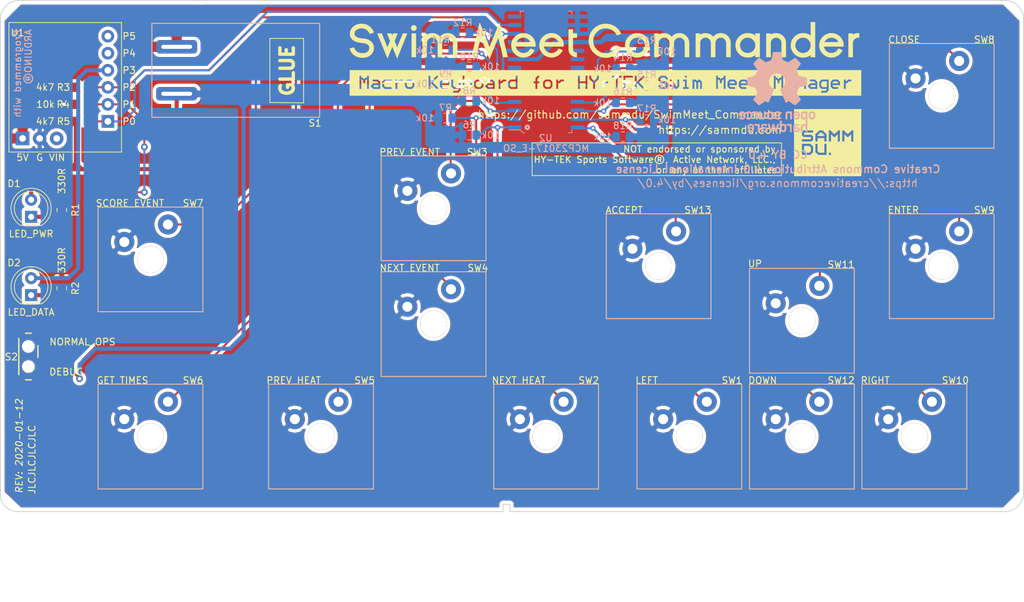
<source format=kicad_pcb>
(kicad_pcb (version 20171130) (host pcbnew 5.1.5-52549c5~84~ubuntu18.04.1)
  (title_block (title "Swim Meet Commander") (date 2020-01-12) (rev 2020-01-12) (company "Samm Du") (comment 1 https://github.com/sammdu/SwimMeet_Commander) (comment 2 "Creative Commons Attribution 4.0 International License") (comment 3 "for HY-TEK Swim Meet Manager Software") (comment 4 "Macro Keyboard"))
  (layers (0 F.Cu signal) (31 B.Cu signal) (34 B.Paste user) (35 F.Paste user) (36 B.SilkS user) (37 F.SilkS user) (38 B.Mask user) (39 F.Mask user) (44 Edge.Cuts user))
  (net 0 "")
  (net 1 "Net-(D1-Pad1)")
  (net 2 "Net-(D2-Pad1)")
  (net 3 GND)
  (net 4 SCL)
  (net 5 SDA)
  (net 6 "Net-(R6-Pad2)")
  (net 7 "Net-(R7-Pad2)")
  (net 8 "Net-(R8-Pad2)")
  (net 9 "Net-(R9-Pad2)")
  (net 10 "Net-(R10-Pad2)")
  (net 11 "Net-(R11-Pad2)")
  (net 12 "Net-(R12-Pad2)")
  (net 13 "Net-(R13-Pad2)")
  (net 14 "Net-(R14-Pad2)")
  (net 15 "Net-(R15-Pad2)")
  (net 16 "Net-(R16-Pad2)")
  (net 17 "Net-(R17-Pad2)")
  (net 18 "Net-(U1-Pad4)")
  (net 19 "Net-(U1-Pad5)")
  (net 20 "Net-(U1-Pad8)")
  (net 21 "Net-(U2-Pad8)")
  (net 22 "Net-(U2-Pad11)")
  (net 23 "Net-(U2-Pad14)")
  (net 24 "Net-(U2-Pad19)")
  (net 25 "Net-(U2-Pad20)")
  (net 26 "Net-(U2-Pad21)")
  (net 27 "Net-(U2-Pad22)")
  (net 28 +5V)
  (net 29 /VREG)
  (net 30 /SIG_DATA)
  (net 31 /SIG_DEBUG)
  (net 32 "Net-(R18-Pad2)")
  (net 33 "Net-(S2-Pad1)")
  (module spk_Switches:SWITCH_SPST_SMD_A (layer F.Cu) (at 16.8656 65.786 90)
    (fp_text reference S2 (at -0.0508 -2.54 180) (layer F.SilkS) (effects (font (size 1.016 1.016) (thickness 0.1524))))
    (fp_text value DEBUG (at -2.286 5.6388) (layer F.SilkS) (effects (font (size 1.016 1.016) (thickness 0.1524))))
    (pad "" np_thru_hole circle (at 1.4986 0 90) (size 0.89916 0.89916) (drill 0.89916) (layers *.Cu *.Mask))
    (pad "" np_thru_hole circle (at -1.4986 0 90) (size 0.89916 0.89916) (drill 0.89916) (layers *.Cu *.Mask))
    (pad GND4 smd rect (at 3.64998 1.09982 90) (size 0.99822 0.79756) (layers F.Cu F.Paste F.Mask) (net 3 GND))
    (pad GND3 smd rect (at 3.64998 -0.99822 90) (size 0.99822 0.59944) (layers F.Cu F.Paste F.Mask) (net 3 GND))
    (pad GND2 smd rect (at -3.64998 1.09982 90) (size 0.99822 0.79756) (layers F.Cu F.Paste F.Mask) (net 3 GND))
    (pad GND1 smd rect (at -3.64998 -0.99822 90) (size 0.99822 0.59944) (layers F.Cu F.Paste F.Mask) (net 3 GND))
    (pad 1 smd rect (at 2.2479 1.74752 270) (size 0.6985 1.4986) (layers F.Cu F.Paste F.Mask) (net 33 "Net-(S2-Pad1)"))
    (pad 2 smd rect (at -0.7493 1.74752 270) (size 0.6985 1.4986) (layers F.Cu F.Paste F.Mask) (net 31 /SIG_DEBUG))
    (pad 3 smd rect (at -2.2479 1.74752 270) (size 0.6985 1.4986) (layers F.Cu F.Paste F.Mask) (net 28 +5V))
  )
  (module SAMM_Misc:SW_KeySwitch_KS1100_E-SWITCH (layer F.Cu) (at 110.744 52.324)
    (fp_text reference SW13 (at 5.842 -8.382) (layer F.SilkS))
    (fp_text value ACCEPT (at -5.1308 -8.3566) (layer F.SilkS))
    (pad 1 thru_hole circle (at 2.6 -5.2) (size 3 3) (drill 1.5) (layers *.Cu *.Mask) (net 32 "Net-(R18-Pad2)"))
    (pad 2 thru_hole circle (at -3.9 -2.6) (size 3 3) (drill 1.5) (layers *.Cu *.Mask) (net 3 GND))
    (pad "" thru_hole circle (at 0 0) (size 4 4) (drill 4) (layers *.Cu *.Mask))
  )
  (module SAMM_Misc:SW_KeySwitch_KS1100_E-SWITCH (layer F.Cu) (at 132.08 77.724)
    (fp_text reference SW12 (at 5.842 -8.382) (layer F.SilkS))
    (fp_text value DOWN (at -5.842 -8.382) (layer F.SilkS))
    (pad 1 thru_hole circle (at 2.6 -5.2) (size 3 3) (drill 1.5) (layers *.Cu *.Mask) (net 17 "Net-(R17-Pad2)"))
    (pad 2 thru_hole circle (at -3.9 -2.6) (size 3 3) (drill 1.5) (layers *.Cu *.Mask) (net 3 GND))
    (pad "" thru_hole circle (at 0 0) (size 4 4) (drill 4) (layers *.Cu *.Mask))
  )
  (module SAMM_Misc:SW_KeySwitch_KS1100_E-SWITCH (layer F.Cu) (at 132.08 60.452)
    (fp_text reference SW11 (at 5.842 -8.382) (layer F.SilkS))
    (fp_text value UP (at -6.985 -8.509) (layer F.SilkS))
    (pad 1 thru_hole circle (at 2.6 -5.2) (size 3 3) (drill 1.5) (layers *.Cu *.Mask) (net 16 "Net-(R16-Pad2)"))
    (pad 2 thru_hole circle (at -3.9 -2.6) (size 3 3) (drill 1.5) (layers *.Cu *.Mask) (net 3 GND))
    (pad "" thru_hole circle (at 0 0) (size 4 4) (drill 4) (layers *.Cu *.Mask))
  )
  (module SAMM_Misc:SW_KeySwitch_KS1100_E-SWITCH (layer F.Cu) (at 148.844 77.724)
    (fp_text reference SW10 (at 6.096 -8.382) (layer F.SilkS))
    (fp_text value RIGHT (at -5.842 -8.382) (layer F.SilkS))
    (pad 1 thru_hole circle (at 2.6 -5.2) (size 3 3) (drill 1.5) (layers *.Cu *.Mask) (net 15 "Net-(R15-Pad2)"))
    (pad 2 thru_hole circle (at -3.9 -2.6) (size 3 3) (drill 1.5) (layers *.Cu *.Mask) (net 3 GND))
    (pad "" thru_hole circle (at 0 0) (size 4 4) (drill 4) (layers *.Cu *.Mask))
  )
  (module SAMM_Misc:SW_KeySwitch_KS1100_E-SWITCH (layer F.Cu) (at 152.908 52.324)
    (fp_text reference SW9 (at 6.35 -8.382) (layer F.SilkS))
    (fp_text value ENTER (at -5.715 -8.382) (layer F.SilkS))
    (pad 1 thru_hole circle (at 2.6 -5.2) (size 3 3) (drill 1.5) (layers *.Cu *.Mask) (net 14 "Net-(R14-Pad2)"))
    (pad 2 thru_hole circle (at -3.9 -2.6) (size 3 3) (drill 1.5) (layers *.Cu *.Mask) (net 3 GND))
    (pad "" thru_hole circle (at 0 0) (size 4 4) (drill 4) (layers *.Cu *.Mask))
  )
  (module SAMM_Misc:SW_KeySwitch_KS1100_E-SWITCH (layer F.Cu) (at 152.908 26.924)
    (fp_text reference SW8 (at 6.35 -8.382) (layer F.SilkS))
    (fp_text value CLOSE (at -5.588 -8.382) (layer F.SilkS))
    (pad 1 thru_hole circle (at 2.6 -5.2) (size 3 3) (drill 1.5) (layers *.Cu *.Mask) (net 13 "Net-(R13-Pad2)"))
    (pad 2 thru_hole circle (at -3.9 -2.6) (size 3 3) (drill 1.5) (layers *.Cu *.Mask) (net 3 GND))
    (pad "" thru_hole circle (at 0 0) (size 4 4) (drill 4) (layers *.Cu *.Mask))
  )
  (module SAMM_Misc:SW_KeySwitch_KS1100_E-SWITCH (layer F.Cu) (at 35.052 51.308)
    (fp_text reference SW7 (at 6.35 -8.382) (layer F.SilkS))
    (fp_text value SCORE_EVENT (at -3.048 -8.382) (layer F.SilkS))
    (pad 1 thru_hole circle (at 2.6 -5.2) (size 3 3) (drill 1.5) (layers *.Cu *.Mask) (net 12 "Net-(R12-Pad2)"))
    (pad 2 thru_hole circle (at -3.9 -2.6) (size 3 3) (drill 1.5) (layers *.Cu *.Mask) (net 3 GND))
    (pad "" thru_hole circle (at 0 0) (size 4 4) (drill 4) (layers *.Cu *.Mask))
  )
  (module SAMM_Misc:SW_KeySwitch_KS1100_E-SWITCH (layer F.Cu) (at 35.052 77.724)
    (fp_text reference SW6 (at 6.35 -8.382) (layer F.SilkS))
    (fp_text value GET_TIMES (at -4.1656 -8.382) (layer F.SilkS))
    (pad 1 thru_hole circle (at 2.6 -5.2) (size 3 3) (drill 1.5) (layers *.Cu *.Mask) (net 11 "Net-(R11-Pad2)"))
    (pad 2 thru_hole circle (at -3.9 -2.6) (size 3 3) (drill 1.5) (layers *.Cu *.Mask) (net 3 GND))
    (pad "" thru_hole circle (at 0 0) (size 4 4) (drill 4) (layers *.Cu *.Mask))
  )
  (module SAMM_Misc:SW_KeySwitch_KS1100_E-SWITCH (layer F.Cu) (at 60.452 77.724)
    (fp_text reference SW5 (at 6.5024 -8.382) (layer F.SilkS))
    (fp_text value PREV_HEAT (at -4.064 -8.382) (layer F.SilkS))
    (pad 1 thru_hole circle (at 2.6 -5.2) (size 3 3) (drill 1.5) (layers *.Cu *.Mask) (net 10 "Net-(R10-Pad2)"))
    (pad 2 thru_hole circle (at -3.9 -2.6) (size 3 3) (drill 1.5) (layers *.Cu *.Mask) (net 3 GND))
    (pad "" thru_hole circle (at 0 0) (size 4 4) (drill 4) (layers *.Cu *.Mask))
  )
  (module SAMM_Misc:SW_KeySwitch_KS1100_E-SWITCH (layer F.Cu) (at 77.216 60.96)
    (fp_text reference SW4 (at 6.604 -8.382) (layer F.SilkS))
    (fp_text value NEXT_EVENT (at -3.556 -8.382) (layer F.SilkS))
    (pad 1 thru_hole circle (at 2.6 -5.2) (size 3 3) (drill 1.5) (layers *.Cu *.Mask) (net 9 "Net-(R9-Pad2)"))
    (pad 2 thru_hole circle (at -3.9 -2.6) (size 3 3) (drill 1.5) (layers *.Cu *.Mask) (net 3 GND))
    (pad "" thru_hole circle (at 0 0) (size 4 4) (drill 4) (layers *.Cu *.Mask))
  )
  (module SAMM_Misc:SW_KeySwitch_KS1100_E-SWITCH (layer F.Cu) (at 77.216 43.688)
    (fp_text reference SW3 (at 6.5024 -8.382) (layer F.SilkS))
    (fp_text value PREV_EVENT (at -3.556 -8.382) (layer F.SilkS))
    (pad 1 thru_hole circle (at 2.6 -5.2) (size 3 3) (drill 1.5) (layers *.Cu *.Mask) (net 8 "Net-(R8-Pad2)"))
    (pad 2 thru_hole circle (at -3.9 -2.6) (size 3 3) (drill 1.5) (layers *.Cu *.Mask) (net 3 GND))
    (pad "" thru_hole circle (at 0 0) (size 4 4) (drill 4) (layers *.Cu *.Mask))
  )
  (module SAMM_Misc:SW_KeySwitch_KS1100_E-SWITCH (layer F.Cu) (at 93.98 77.724)
    (fp_text reference SW2 (at 6.35 -8.382) (layer F.SilkS))
    (fp_text value NEXT_HEAT (at -4.064 -8.382) (layer F.SilkS))
    (pad 1 thru_hole circle (at 2.6 -5.2) (size 3 3) (drill 1.5) (layers *.Cu *.Mask) (net 7 "Net-(R7-Pad2)"))
    (pad 2 thru_hole circle (at -3.9 -2.6) (size 3 3) (drill 1.5) (layers *.Cu *.Mask) (net 3 GND))
    (pad "" thru_hole circle (at 0 0) (size 4 4) (drill 4) (layers *.Cu *.Mask))
  )
  (module SAMM_Misc:SW_KeySwitch_KS1100_E-SWITCH (layer F.Cu) (at 115.316 77.724)
    (fp_text reference SW1 (at 6.35 -8.382) (layer F.SilkS))
    (fp_text value LEFT (at -6.35 -8.382) (layer F.SilkS))
    (pad 1 thru_hole circle (at 2.6 -5.2) (size 3 3) (drill 1.5) (layers *.Cu *.Mask) (net 6 "Net-(R6-Pad2)"))
    (pad 2 thru_hole circle (at -3.9 -2.6) (size 3 3) (drill 1.5) (layers *.Cu *.Mask) (net 3 GND))
    (pad "" thru_hole circle (at 0 0) (size 4 4) (drill 4) (layers *.Cu *.Mask))
  )
  (module digikey-footprints:SOIC-28_W7.5mm (layer B.Cu) (at 93.98 23.368)
    (fp_text reference U2 (at -0.0635 9.8552) (layer B.SilkS) (effects (justify mirror)))
    (fp_text value MCP23017-E_SO (at 0 11.3792) (layer B.SilkS) (effects (justify mirror)))
    (pad 28 smd rect (at 4.7 8.255) (size 2 0.6) (layers B.Cu B.Paste B.Mask) (net 32 "Net-(R18-Pad2)"))
    (pad 27 smd rect (at 4.7 6.985) (size 2 0.6) (layers B.Cu B.Paste B.Mask) (net 17 "Net-(R17-Pad2)"))
    (pad 26 smd rect (at 4.7 5.715) (size 2 0.6) (layers B.Cu B.Paste B.Mask) (net 16 "Net-(R16-Pad2)"))
    (pad 25 smd rect (at 4.7 4.445) (size 2 0.6) (layers B.Cu B.Paste B.Mask) (net 15 "Net-(R15-Pad2)"))
    (pad 24 smd rect (at 4.7 3.175) (size 2 0.6) (layers B.Cu B.Paste B.Mask) (net 14 "Net-(R14-Pad2)"))
    (pad 23 smd rect (at 4.7 1.905) (size 2 0.6) (layers B.Cu B.Paste B.Mask) (net 13 "Net-(R13-Pad2)"))
    (pad 22 smd rect (at 4.7 0.635) (size 2 0.6) (layers B.Cu B.Paste B.Mask) (net 27 "Net-(U2-Pad22)"))
    (pad 21 smd rect (at 4.7 -0.635) (size 2 0.6) (layers B.Cu B.Paste B.Mask) (net 26 "Net-(U2-Pad21)"))
    (pad 20 smd rect (at 4.7 -1.905) (size 2 0.6) (layers B.Cu B.Paste B.Mask) (net 25 "Net-(U2-Pad20)"))
    (pad 19 smd rect (at 4.7 -3.175) (size 2 0.6) (layers B.Cu B.Paste B.Mask) (net 24 "Net-(U2-Pad19)"))
    (pad 18 smd rect (at 4.7 -4.445) (size 2 0.6) (layers B.Cu B.Paste B.Mask) (net 28 +5V))
    (pad 17 smd rect (at 4.7 -5.715) (size 2 0.6) (layers B.Cu B.Paste B.Mask) (net 3 GND))
    (pad 16 smd rect (at 4.7 -6.985) (size 2 0.6) (layers B.Cu B.Paste B.Mask) (net 3 GND))
    (pad 15 smd rect (at 4.7 -8.255) (size 2 0.6) (layers B.Cu B.Paste B.Mask) (net 3 GND))
    (pad 14 smd rect (at -4.7 -8.255) (size 2 0.6) (layers B.Cu B.Paste B.Mask) (net 23 "Net-(U2-Pad14)"))
    (pad 13 smd rect (at -4.7 -6.985) (size 2 0.6) (layers B.Cu B.Paste B.Mask) (net 5 SDA))
    (pad 12 smd rect (at -4.7 -5.715) (size 2 0.6) (layers B.Cu B.Paste B.Mask) (net 4 SCL))
    (pad 11 smd rect (at -4.7 -4.445) (size 2 0.6) (layers B.Cu B.Paste B.Mask) (net 22 "Net-(U2-Pad11)"))
    (pad 10 smd rect (at -4.7 -3.175) (size 2 0.6) (layers B.Cu B.Paste B.Mask) (net 3 GND))
    (pad 9 smd rect (at -4.7 -1.905) (size 2 0.6) (layers B.Cu B.Paste B.Mask) (net 28 +5V))
    (pad 8 smd rect (at -4.7 -0.635) (size 2 0.6) (layers B.Cu B.Paste B.Mask) (net 21 "Net-(U2-Pad8)"))
    (pad 7 smd rect (at -4.7 0.635) (size 2 0.6) (layers B.Cu B.Paste B.Mask) (net 12 "Net-(R12-Pad2)"))
    (pad 6 smd rect (at -4.7 1.905) (size 2 0.6) (layers B.Cu B.Paste B.Mask) (net 11 "Net-(R11-Pad2)"))
    (pad 5 smd rect (at -4.7 3.175) (size 2 0.6) (layers B.Cu B.Paste B.Mask) (net 10 "Net-(R10-Pad2)"))
    (pad 4 smd rect (at -4.7 4.445) (size 2 0.6) (layers B.Cu B.Paste B.Mask) (net 9 "Net-(R9-Pad2)"))
    (pad 3 smd rect (at -4.7 5.715) (size 2 0.6) (layers B.Cu B.Paste B.Mask) (net 8 "Net-(R8-Pad2)"))
    (pad 2 smd rect (at -4.7 6.985) (size 2 0.6) (layers B.Cu B.Paste B.Mask) (net 7 "Net-(R7-Pad2)"))
    (pad 1 smd rect (at -4.7 8.255) (size 2 0.6) (layers B.Cu B.Paste B.Mask) (net 6 "Net-(R6-Pad2)"))
  )
  (module "" (layer F.Cu) (at 18.796 36.322)
    (fp_text reference "" (at 17.272 65.786) (layer F.SilkS) (effects (font (size 1.27 1.27))))
    (fp_text value "" (at 17.272 65.786) (layer F.SilkS) (effects (font (size 1.27 1.27))))
    (fp_text user VIN (at 2.3368 -0.2032 -180) (layer F.SilkS))
  )
  (module Resistor_SMD:R_0805_2012Metric_Pad1.15x1.40mm_HandSolder (layer F.Cu) (at 24.8502 28.194 180)
    (fp_text reference R4 (at 2.803 0) (layer F.SilkS))
    (fp_text value 10k (at 5.4446 0) (layer F.SilkS))
    (pad 2 smd roundrect (at 1.025 0 180) (size 1.15 1.4) (layers F.Cu F.Paste F.Mask) (roundrect_rratio 0.217391) (net 3 GND))
    (pad 1 smd roundrect (at -1.025 0 180) (size 1.15 1.4) (layers F.Cu F.Paste F.Mask) (roundrect_rratio 0.217391) (net 31 /SIG_DEBUG))
  )
  (module SwimMeet_Controller_KiCAD:panel_graphics (layer F.Cu) (at 102.8192 26.9748)
    (fp_text reference G*** hide)
    (fp_text value LOGO hide)
  )
  (module spk_Switches:TOGGLE_PANEL_COM-09276 (layer F.Cu) (at 47.752 23.114 90)
    (fp_text reference S1 (at -7.874 11.811 180) (layer F.SilkS))
    (fp_text value "Sparkfun Toggle Switch")
    (fp_text user GLUE (at -0.0254 7.6708 90) (layer F.SilkS) (effects (font (size 2 2) (thickness 0.5))))
    (pad 2 thru_hole roundrect (at 3.5 -8.8 90) (size 2 6.1) (drill oval 0.6 4.6) (layers *.Cu *.Mask) (net 29 /VREG))
    (pad 1 thru_hole roundrect (at -3.5 -8.8 90) (size 2 6.1) (drill oval 0.6 4.6) (layers *.Cu *.Mask) (net 28 +5V))
  )
  (module Symbol:OSHW-Logo_11.4x12mm_SilkScreen (layer B.Cu) (at 128.397 26.3525 180)
    (fp_text reference REF** hide)
    (fp_text value OSHW-Logo_11.4x12mm_SilkScreen hide)
  )
  (module "SwimMeet_Controller_KiCAD:Panel Reference" (layer F.Cu) (at 89.662 52.07)
    (fp_text reference REF** hide)
    (fp_text value "Panel Reference")
  )
  (module LED_THT:LED_D5.0mm (layer F.Cu) (at 17.272 44.958 90)
    (fp_text reference D1 (at 4.953 -2.54 180) (layer F.SilkS))
    (fp_text value LED_PWR (at -2.54 0) (layer F.SilkS))
    (pad 2 thru_hole circle (at 2.54 0 90) (size 1.8 1.8) (drill 0.9) (layers *.Cu *.Mask) (net 28 +5V))
    (pad 1 thru_hole rect (at 0 0 90) (size 1.8 1.8) (drill 0.9) (layers *.Cu *.Mask) (net 1 "Net-(D1-Pad1)"))
  )
  (module LED_THT:LED_D5.0mm (layer F.Cu) (at 17.272 56.642 90)
    (fp_text reference D2 (at 4.826 -2.54 180) (layer F.SilkS))
    (fp_text value LED_DATA (at -2.54 0 180) (layer F.SilkS))
    (pad 1 thru_hole rect (at 0 0 90) (size 1.8 1.8) (drill 0.9) (layers *.Cu *.Mask) (net 2 "Net-(D2-Pad1)"))
    (pad 2 thru_hole circle (at 2.54 0 90) (size 1.8 1.8) (drill 0.9) (layers *.Cu *.Mask) (net 30 /SIG_DATA))
  )
  (module Resistor_SMD:R_0805_2012Metric_Pad1.15x1.40mm_HandSolder (layer F.Cu) (at 21.844 43.933 90)
    (fp_text reference R1 (at -0.009 2.032 90) (layer F.SilkS))
    (fp_text value 330R (at 4.309 0 90) (layer F.SilkS))
    (pad 1 smd roundrect (at -1.025 0 90) (size 1.15 1.4) (layers F.Cu F.Paste F.Mask) (roundrect_rratio 0.217391) (net 1 "Net-(D1-Pad1)"))
    (pad 2 smd roundrect (at 1.025 0 90) (size 1.15 1.4) (layers F.Cu F.Paste F.Mask) (roundrect_rratio 0.217391) (net 3 GND))
  )
  (module Resistor_SMD:R_0805_2012Metric_Pad1.15x1.40mm_HandSolder (layer F.Cu) (at 21.844 55.617 90)
    (fp_text reference R2 (at -0.009 2.032 90) (layer F.SilkS))
    (fp_text value 330R (at 4.182 0 90) (layer F.SilkS))
    (pad 2 smd roundrect (at 1.025 0 90) (size 1.15 1.4) (layers F.Cu F.Paste F.Mask) (roundrect_rratio 0.217391) (net 3 GND))
    (pad 1 smd roundrect (at -1.025 0 90) (size 1.15 1.4) (layers F.Cu F.Paste F.Mask) (roundrect_rratio 0.217391) (net 2 "Net-(D2-Pad1)"))
  )
  (module Resistor_SMD:R_0805_2012Metric_Pad1.15x1.40mm_HandSolder (layer F.Cu) (at 24.883 25.654 180)
    (fp_text reference R3 (at 2.794 0 180) (layer F.SilkS))
    (fp_text value 4k7 (at 5.5282 0 180) (layer F.SilkS))
    (pad 1 smd roundrect (at -1.025 0 180) (size 1.15 1.4) (layers F.Cu F.Paste F.Mask) (roundrect_rratio 0.217391) (net 4 SCL))
    (pad 2 smd roundrect (at 1.025 0 180) (size 1.15 1.4) (layers F.Cu F.Paste F.Mask) (roundrect_rratio 0.217391) (net 28 +5V))
  )
  (module Resistor_SMD:R_0805_2012Metric_Pad1.15x1.40mm_HandSolder (layer F.Cu) (at 24.883 30.734 180)
    (fp_text reference R5 (at 2.785 0 180) (layer F.SilkS))
    (fp_text value 4k7 (at 5.5282 0 180) (layer F.SilkS))
    (pad 2 smd roundrect (at 1.025 0 180) (size 1.15 1.4) (layers F.Cu F.Paste F.Mask) (roundrect_rratio 0.217391) (net 28 +5V))
    (pad 1 smd roundrect (at -1.025 0 180) (size 1.15 1.4) (layers F.Cu F.Paste F.Mask) (roundrect_rratio 0.217391) (net 5 SDA))
  )
  (module Resistor_SMD:R_0805_2012Metric_Pad1.15x1.40mm_HandSolder (layer B.Cu) (at 82.541 32.766)
    (fp_text reference R6 (at 0 -1.524) (layer B.SilkS) (effects (justify mirror)))
    (fp_text value 10k (at 3.2094 0) (layer B.SilkS) (effects (justify mirror)))
    (pad 2 smd roundrect (at 1.025 0) (size 1.15 1.4) (layers B.Cu B.Paste B.Mask) (roundrect_rratio 0.217391) (net 6 "Net-(R6-Pad2)"))
    (pad 1 smd roundrect (at -1.025 0) (size 1.15 1.4) (layers B.Cu B.Paste B.Mask) (roundrect_rratio 0.217391) (net 28 +5V))
  )
  (module Resistor_SMD:R_0805_2012Metric_Pad1.15x1.40mm_HandSolder (layer B.Cu) (at 78.985 30.226)
    (fp_text reference R7 (at 0.009 -1.524) (layer B.SilkS) (effects (justify mirror)))
    (fp_text value 10k (at -3.039 0) (layer B.SilkS) (effects (justify mirror)))
    (pad 2 smd roundrect (at 1.025 0) (size 1.15 1.4) (layers B.Cu B.Paste B.Mask) (roundrect_rratio 0.217391) (net 7 "Net-(R7-Pad2)"))
    (pad 1 smd roundrect (at -1.025 0) (size 1.15 1.4) (layers B.Cu B.Paste B.Mask) (roundrect_rratio 0.217391) (net 28 +5V))
  )
  (module Resistor_SMD:R_0805_2012Metric_Pad1.15x1.40mm_HandSolder (layer B.Cu) (at 82.541 27.686)
    (fp_text reference R8 (at 0 -1.524) (layer B.SilkS) (effects (justify mirror)))
    (fp_text value 10k (at 3.2094 -0.0508) (layer B.SilkS) (effects (justify mirror)))
    (pad 1 smd roundrect (at -1.025 0) (size 1.15 1.4) (layers B.Cu B.Paste B.Mask) (roundrect_rratio 0.217391) (net 28 +5V))
    (pad 2 smd roundrect (at 1.025 0) (size 1.15 1.4) (layers B.Cu B.Paste B.Mask) (roundrect_rratio 0.217391) (net 8 "Net-(R8-Pad2)"))
  )
  (module Resistor_SMD:R_0805_2012Metric_Pad1.15x1.40mm_HandSolder (layer B.Cu) (at 78.985 25.146)
    (fp_text reference R9 (at 0.009 -1.524) (layer B.SilkS) (effects (justify mirror)))
    (fp_text value 10k (at -3.039 0) (layer B.SilkS) (effects (justify mirror)))
    (pad 1 smd roundrect (at -1.025 0) (size 1.15 1.4) (layers B.Cu B.Paste B.Mask) (roundrect_rratio 0.217391) (net 28 +5V))
    (pad 2 smd roundrect (at 1.025 0) (size 1.15 1.4) (layers B.Cu B.Paste B.Mask) (roundrect_rratio 0.217391) (net 9 "Net-(R9-Pad2)"))
  )
  (module Resistor_SMD:R_0805_2012Metric_Pad1.15x1.40mm_HandSolder (layer B.Cu) (at 82.541 22.606)
    (fp_text reference R10 (at 0.009 -1.524) (layer B.SilkS) (effects (justify mirror)))
    (fp_text value 10k (at 3.2094 -0.0508) (layer B.SilkS) (effects (justify mirror)))
    (pad 2 smd roundrect (at 1.025 0) (size 1.15 1.4) (layers B.Cu B.Paste B.Mask) (roundrect_rratio 0.217391) (net 10 "Net-(R10-Pad2)"))
    (pad 1 smd roundrect (at -1.025 0) (size 1.15 1.4) (layers B.Cu B.Paste B.Mask) (roundrect_rratio 0.217391) (net 28 +5V))
  )
  (module Resistor_SMD:R_0805_2012Metric_Pad1.15x1.40mm_HandSolder (layer B.Cu) (at 78.985 20.066)
    (fp_text reference R11 (at -0.753 -1.524) (layer B.SilkS) (effects (justify mirror)))
    (fp_text value 10k (at -3.039 0) (layer B.SilkS) (effects (justify mirror)))
    (pad 1 smd roundrect (at -1.025 0) (size 1.15 1.4) (layers B.Cu B.Paste B.Mask) (roundrect_rratio 0.217391) (net 28 +5V))
    (pad 2 smd roundrect (at 1.025 0) (size 1.15 1.4) (layers B.Cu B.Paste B.Mask) (roundrect_rratio 0.217391) (net 11 "Net-(R11-Pad2)"))
  )
  (module Resistor_SMD:R_0805_2012Metric_Pad1.15x1.40mm_HandSolder (layer B.Cu) (at 81.543 17.526)
    (fp_text reference R12 (at 0.009 -1.524) (layer B.SilkS) (effects (justify mirror)))
    (fp_text value 10k (at 3.2094 -0.0508) (layer B.SilkS) (effects (justify mirror)))
    (pad 1 smd roundrect (at -1.025 0) (size 1.15 1.4) (layers B.Cu B.Paste B.Mask) (roundrect_rratio 0.217391) (net 28 +5V))
    (pad 2 smd roundrect (at 1.025 0) (size 1.15 1.4) (layers B.Cu B.Paste B.Mask) (roundrect_rratio 0.217391) (net 12 "Net-(R12-Pad2)"))
  )
  (module Resistor_SMD:R_0805_2012Metric_Pad1.15x1.40mm_HandSolder (layer B.Cu) (at 108.966 20.32 180)
    (fp_text reference R13 (at 0 1.65) (layer B.SilkS) (effects (justify mirror)))
    (fp_text value 10k (at -3.048 0) (layer B.SilkS) (effects (justify mirror)))
    (pad 1 smd roundrect (at -1.025 0 180) (size 1.15 1.4) (layers B.Cu B.Paste B.Mask) (roundrect_rratio 0.217391) (net 28 +5V))
    (pad 2 smd roundrect (at 1.025 0 180) (size 1.15 1.4) (layers B.Cu B.Paste B.Mask) (roundrect_rratio 0.217391) (net 13 "Net-(R13-Pad2)"))
  )
  (module Resistor_SMD:R_0805_2012Metric_Pad1.15x1.40mm_HandSolder (layer B.Cu) (at 105.419 22.86 180)
    (fp_text reference R14 (at 0 1.65) (layer B.SilkS) (effects (justify mirror)))
    (fp_text value 10k (at 3.0062 0) (layer B.SilkS) (effects (justify mirror)))
    (pad 2 smd roundrect (at 1.025 0 180) (size 1.15 1.4) (layers B.Cu B.Paste B.Mask) (roundrect_rratio 0.217391) (net 14 "Net-(R14-Pad2)"))
    (pad 1 smd roundrect (at -1.025 0 180) (size 1.15 1.4) (layers B.Cu B.Paste B.Mask) (roundrect_rratio 0.217391) (net 28 +5V))
  )
  (module Resistor_SMD:R_0805_2012Metric_Pad1.15x1.40mm_HandSolder (layer B.Cu) (at 108.966 25.4 180)
    (fp_text reference R15 (at 0 1.65) (layer B.SilkS) (effects (justify mirror)))
    (fp_text value 10k (at -3.048 0) (layer B.SilkS) (effects (justify mirror)))
    (pad 2 smd roundrect (at 1.025 0 180) (size 1.15 1.4) (layers B.Cu B.Paste B.Mask) (roundrect_rratio 0.217391) (net 15 "Net-(R15-Pad2)"))
    (pad 1 smd roundrect (at -1.025 0 180) (size 1.15 1.4) (layers B.Cu B.Paste B.Mask) (roundrect_rratio 0.217391) (net 28 +5V))
  )
  (module Resistor_SMD:R_0805_2012Metric_Pad1.15x1.40mm_HandSolder (layer B.Cu) (at 105.419 27.94 180)
    (fp_text reference R16 (at 0 1.65) (layer B.SilkS) (effects (justify mirror)))
    (fp_text value 10k (at 3.0062 0) (layer B.SilkS) (effects (justify mirror)))
    (pad 1 smd roundrect (at -1.025 0 180) (size 1.15 1.4) (layers B.Cu B.Paste B.Mask) (roundrect_rratio 0.217391) (net 28 +5V))
    (pad 2 smd roundrect (at 1.025 0 180) (size 1.15 1.4) (layers B.Cu B.Paste B.Mask) (roundrect_rratio 0.217391) (net 16 "Net-(R16-Pad2)"))
  )
  (module Resistor_SMD:R_0805_2012Metric_Pad1.15x1.40mm_HandSolder (layer B.Cu) (at 108.957 30.48 180)
    (fp_text reference R17 (at 0 1.65) (layer B.SilkS) (effects (justify mirror)))
    (fp_text value 10k (at -3.057 0) (layer B.SilkS) (effects (justify mirror)))
    (pad 1 smd roundrect (at -1.025 0 180) (size 1.15 1.4) (layers B.Cu B.Paste B.Mask) (roundrect_rratio 0.217391) (net 28 +5V))
    (pad 2 smd roundrect (at 1.025 0 180) (size 1.15 1.4) (layers B.Cu B.Paste B.Mask) (roundrect_rratio 0.217391) (net 17 "Net-(R17-Pad2)"))
  )
  (module Resistor_SMD:R_0805_2012Metric_Pad1.15x1.40mm_HandSolder (layer B.Cu) (at 105.401 33.02 180)
    (fp_text reference R18 (at 0 1.65 180) (layer B.SilkS) (effects (justify mirror)))
    (fp_text value 10k (at 2.9882 0 180) (layer B.SilkS) (effects (justify mirror)))
    (pad 2 smd roundrect (at 1.025 0 180) (size 1.15 1.4) (layers B.Cu B.Paste B.Mask) (roundrect_rratio 0.217391) (net 32 "Net-(R18-Pad2)"))
    (pad 1 smd roundrect (at -1.025 0 180) (size 1.15 1.4) (layers B.Cu B.Paste B.Mask) (roundrect_rratio 0.217391) (net 28 +5V))
  )
  (module Digistump:Digispark_USB-A (layer F.Cu) (at 28.702 30.734)
    (fp_text reference U1 (at -13.462 -13.208) (layer F.SilkS))
    (fp_text value Digispark_USB-A_16.5MHz)
    (fp_text user P5 (at 3.175 -12.7) (layer F.SilkS))
    (fp_text user P4 (at 3.175 -10.16 -180) (layer F.SilkS))
    (fp_text user P3 (at 3.175 -7.62 -180) (layer F.SilkS))
    (fp_text user P2 (at 3.175 -5.08 -180) (layer F.SilkS))
    (fp_text user P1 (at 3.175 -2.54 -180) (layer F.SilkS))
    (fp_text user G (at -10.16 5.3848 -180) (layer F.SilkS))
    (fp_text user P0 (at 3.175 0 -180) (layer F.SilkS))
    (fp_text user 5V (at -12.7 5.3848) (layer F.SilkS))
    (pad 4 thru_hole circle (at 0 -10.16 180) (size 1.8796 1.8796) (drill 1) (layers *.Cu *.Mask) (net 18 "Net-(U1-Pad4)"))
    (pad 3 thru_hole circle (at 0 -7.62 180) (size 1.8796 1.8796) (drill 1) (layers *.Cu *.Mask) (net 30 /SIG_DATA))
    (pad 0 thru_hole rect (at 0 0 180) (size 1.8796 1.8796) (drill 1) (layers *.Cu *.Mask) (net 5 SDA))
    (pad 2 thru_hole circle (at 0 -5.08 180) (size 1.8796 1.8796) (drill 1) (layers *.Cu *.Mask) (net 4 SCL))
    (pad 1 thru_hole circle (at 0 -2.54 180) (size 1.8796 1.8796) (drill 1) (layers *.Cu *.Mask) (net 31 /SIG_DEBUG))
    (pad 5 thru_hole circle (at 0 -12.7 180) (size 1.8796 1.8796) (drill 1) (layers *.Cu *.Mask) (net 19 "Net-(U1-Pad5)"))
    (pad 6 thru_hole rect (at -12.7 2.54 90) (size 2.032 2.032) (drill 1) (layers *.Cu *.Mask) (net 29 /VREG))
    (pad 7 thru_hole circle (at -10.16 2.54 90) (size 2.032 2.032) (drill 1) (layers *.Cu *.Mask) (net 3 GND))
    (pad 8 thru_hole circle (at -7.62 2.54 90) (size 2.032 2.032) (drill 1) (layers *.Cu *.Mask) (net 20 "Net-(U1-Pad8)"))
  )
  (gr_line (start 88.5952 87.8332) (end 88.5952 88.9) (layer Edge.Cuts) (width 0.127))
  (gr_line (start 87.5792 87.8332) (end 88.5952 87.8332) (layer Edge.Cuts) (width 0.127))
  (gr_line (start 87.5792 88.9) (end 87.5792 87.8332) (layer Edge.Cuts) (width 0.127))
  (gr_line (start 89.6112 88.9) (end 162.56 88.9) (layer Edge.Cuts) (width 0.127))
  (gr_line (start 88.5952 88.9) (end 89.6112 88.9) (layer Edge.Cuts) (width 0.127))
  (gr_text NORMAL_OPS (at 19.9136 63.6016) (layer F.SilkS) (effects (font (size 1.016 1.016) (thickness 0.1524)) (justify left)))
  (gr_line (start 91.8972 38.8112) (end 129.032 38.8112) (layer F.SilkS) (width 0.12))
  (gr_line (start 91.8972 33.9344) (end 91.8972 38.8112) (layer F.SilkS) (width 0.12))
  (gr_line (start 129.032 33.9344) (end 91.8972 33.9344) (layer F.SilkS) (width 0.12))
  (gr_line (start 129.032 38.8112) (end 129.032 33.9344) (layer F.SilkS) (width 0.12))
  (gr_text "NOT endorsed or sponsored by \nHY-TEK Sports Software®, Active Network, LLC., \nor any of their affiliates." (at 128.9812 36.4236) (layer F.SilkS) (effects (font (size 0.9652 0.9652) (thickness 0.1524)) (justify right)))
  (gr_text "Programmed with\nARDUINO®" (at 16.0528 16.9164 90) (layer B.SilkS) (effects (font (size 1 1) (thickness 0.1524)) (justify left mirror)))
  (gr_text https://sammdu.com (at 129.1844 32.004) (layer F.SilkS) (effects (font (size 1.143 1.143) (thickness 0.1524)) (justify right)))
  (gr_text https://github.com/sammdu/SwimMeet_Commander (at 129.1844 29.718) (layer F.SilkS) (effects (font (size 1.143 1.143) (thickness 0.1524)) (justify right)))
  (gr_text JLCJLCJLCJLC (at 17.399 81.153 90) (layer F.SilkS) (effects (font (size 1 1))))
  (gr_text "REV: 2020-01-12" (at 15.494 79.121 90) (layer F.SilkS) (effects (font (size 1 1) (thickness 0.15) italic)))
  (gr_text https://creativecommons.org/licenses/by/4.0/ (at 128.4605 39.9415) (layer B.SilkS) (effects (font (size 1.143 1.143) (thickness 0.1524)) (justify mirror)))
  (gr_text "Creative Commons Attribution 4.0 International License" (at 128.524 37.846) (layer B.SilkS) (effects (font (size 1.143 1.143) (thickness 0.2032)) (justify mirror)))
  (gr_text "CC BY 4.0" (at 128.524 35.7124) (layer B.SilkS) (effects (font (size 1.143 1.143) (thickness 0.2032)) (justify mirror)))
  (gr_arc (start 162.306 86.106) (end 162.559999 88.899999) (angle -79.6) (layer Edge.Cuts) (width 0.127))
  (gr_arc (start 15.24 86.36) (end 12.7 86.36) (angle -90) (layer Edge.Cuts) (width 0.127))
  (gr_arc (start 15.494 15.494) (end 15.240001 12.700001) (angle -79.6) (layer Edge.Cuts) (width 0.127))
  (gr_arc (start 162.306 15.494) (end 165.099999 15.240001) (angle -79.6) (layer Edge.Cuts) (width 0.127))
  (gr_circle (center 91.186 31.623) (end 91.44 31.623) (layer B.SilkS) (width 0.3048))
  (gr_line (start 165.1 15.24) (end 165.1 86.36) (layer Edge.Cuts) (width 0.127))
  (gr_line (start 12.7 15.24) (end 12.7 86.36) (layer Edge.Cuts) (width 0.127))
  (gr_line (start 15.24 88.9) (end 87.5792 88.9) (layer Edge.Cuts) (width 0.127))
  (gr_line (start 15.24 12.7) (end 162.56 12.7) (layer Edge.Cuts) (width 0.127))
  (segment (start 17.272 44.958) (end 21.844 44.958) (width 0.6096) (layer F.Cu) (net 1))
  (segment (start 17.272 56.642) (end 21.717 56.642) (width 0.6096) (layer F.Cu) (net 2))
  (segment (start 18.542 33.274) (end 18.542 35.3695) (width 0.6096) (layer B.Cu) (net 3))
  (segment (start 18.542 33.274) (end 18.542 31.83716) (width 0.6096) (layer B.Cu) (net 3))
  (segment (start 18.542 31.83716) (end 18.542 31.3055) (width 0.6096) (layer B.Cu) (net 3))
  (segment (start 18.542 33.274) (end 18.542 31.4452) (width 0.6096) (layer F.Cu) (net 3))
  (segment (start 18.542 33.274) (end 18.542 35.1028) (width 0.6096) (layer F.Cu) (net 3))
  (via (at 22.1488 28.194) (size 1.016) (drill 0.508) (layers F.Cu B.Cu) (net 3))
  (segment (start 23.8252 28.194) (end 22.1488 28.194) (width 0.6096) (layer F.Cu) (net 3))
  (segment (start 25.908 25.654) (end 28.702 25.654) (width 0.3048) (layer F.Cu) (net 4))
  (via (at 87.4268 17.678404) (size 0.762) (drill 0.381) (layers F.Cu B.Cu) (net 4))
  (segment (start 89.535 17.78) (end 89.433404 17.678404) (width 0.3048) (layer B.Cu) (net 4))
  (segment (start 89.433404 17.678404) (end 87.965615 17.678404) (width 0.3048) (layer B.Cu) (net 4))
  (segment (start 87.965615 17.678404) (end 87.4268 17.678404) (width 0.3048) (layer B.Cu) (net 4))
  (segment (start 84.962996 15.2146) (end 87.4268 17.678404) (width 0.3048) (layer F.Cu) (net 4))
  (segment (start 51.689 15.2146) (end 84.962996 15.2146) (width 0.3048) (layer F.Cu) (net 4))
  (segment (start 34.163 23.114) (end 43.7896 23.114) (width 0.3048) (layer F.Cu) (net 4))
  (segment (start 43.7896 23.114) (end 51.689 15.2146) (width 0.3048) (layer F.Cu) (net 4))
  (segment (start 28.702 25.654) (end 31.623 25.654) (width 0.3048) (layer F.Cu) (net 4))
  (segment (start 31.623 25.654) (end 34.163 23.114) (width 0.3048) (layer F.Cu) (net 4))
  (segment (start 25.908 30.734) (end 28.702 30.734) (width 0.3048) (layer F.Cu) (net 5))
  (segment (start 30.988 30.734) (end 28.321 30.734) (width 0.3048) (layer B.Cu) (net 5))
  (segment (start 32.6898 24.5872) (end 32.6898 29.0322) (width 0.3048) (layer B.Cu) (net 5))
  (segment (start 87.2744 16.383) (end 85.2424 14.351) (width 0.3048) (layer B.Cu) (net 5))
  (segment (start 89.281 16.383) (end 87.2744 16.383) (width 0.3048) (layer B.Cu) (net 5))
  (segment (start 85.2424 14.351) (end 52.5018 14.351) (width 0.3048) (layer B.Cu) (net 5))
  (segment (start 43.7388 23.114) (end 34.163 23.114) (width 0.3048) (layer B.Cu) (net 5))
  (segment (start 52.5018 14.351) (end 43.7388 23.114) (width 0.3048) (layer B.Cu) (net 5))
  (segment (start 32.6898 29.0322) (end 30.988 30.734) (width 0.3048) (layer B.Cu) (net 5))
  (segment (start 34.163 23.114) (end 32.6898 24.5872) (width 0.3048) (layer B.Cu) (net 5))
  (segment (start 86.741 32.161815) (end 86.741 31.623) (width 0.3048) (layer F.Cu) (net 6))
  (segment (start 117.729 72.771) (end 86.741 41.783) (width 0.3048) (layer F.Cu) (net 6))
  (segment (start 89.027 31.623) (end 87.279815 31.623) (width 0.3048) (layer B.Cu) (net 6))
  (segment (start 87.279815 31.623) (end 86.741 31.623) (width 0.3048) (layer B.Cu) (net 6))
  (via (at 86.741 31.623) (size 0.762) (drill 0.381) (layers F.Cu B.Cu) (net 6))
  (segment (start 89.154 31.75) (end 89.027 31.623) (width 0.3048) (layer B.Cu) (net 6))
  (segment (start 86.741 41.783) (end 86.741 32.161815) (width 0.3048) (layer F.Cu) (net 6))
  (segment (start 85.284 31.623) (end 86.741 31.623) (width 0.3048) (layer B.Cu) (net 6))
  (segment (start 83.566 32.766) (end 84.141 32.766) (width 0.3048) (layer B.Cu) (net 6))
  (segment (start 84.141 32.766) (end 85.284 31.623) (width 0.3048) (layer B.Cu) (net 6))
  (via (at 83.566 30.226) (size 0.762) (drill 0.381) (layers F.Cu B.Cu) (net 7))
  (segment (start 83.566 30.226) (end 88.392 30.226) (width 0.3048) (layer B.Cu) (net 7))
  (segment (start 80.01 30.226) (end 83.566 30.226) (width 0.3048) (layer B.Cu) (net 7))
  (segment (start 93.9546 69.8246) (end 96.774 72.644) (width 0.3048) (layer F.Cu) (net 7))
  (segment (start 83.566 30.226) (end 83.566 66.04) (width 0.3048) (layer F.Cu) (net 7))
  (segment (start 87.3506 69.8246) (end 93.9546 69.8246) (width 0.3048) (layer F.Cu) (net 7))
  (segment (start 83.566 66.04) (end 87.3506 69.8246) (width 0.3048) (layer F.Cu) (net 7))
  (segment (start 84.141 27.686) (end 85.665 29.21) (width 0.3048) (layer B.Cu) (net 8))
  (segment (start 83.566 27.686) (end 84.141 27.686) (width 0.3048) (layer B.Cu) (net 8))
  (segment (start 85.665 29.21) (end 89.154 29.21) (width 0.3048) (layer B.Cu) (net 8))
  (via (at 85.665 29.21) (size 0.762) (drill 0.381) (layers F.Cu B.Cu) (net 8))
  (segment (start 79.756 29.083) (end 79.756 38.608) (width 0.3048) (layer F.Cu) (net 8))
  (segment (start 81.153 27.686) (end 79.756 29.083) (width 0.3048) (layer F.Cu) (net 8))
  (segment (start 85.665 29.21) (end 84.141 27.686) (width 0.3048) (layer F.Cu) (net 8))
  (segment (start 84.141 27.686) (end 81.153 27.686) (width 0.3048) (layer F.Cu) (net 8))
  (segment (start 80.01 25.146) (end 82.3595 25.146) (width 0.3048) (layer B.Cu) (net 9))
  (via (at 82.3595 25.146) (size 0.762) (drill 0.381) (layers F.Cu B.Cu) (net 9))
  (segment (start 83.566 25.146) (end 82.3595 25.146) (width 0.3048) (layer B.Cu) (net 9))
  (segment (start 89.154 27.94) (end 86.36 27.94) (width 0.3048) (layer B.Cu) (net 9))
  (segment (start 86.36 27.94) (end 83.566 25.146) (width 0.3048) (layer B.Cu) (net 9))
  (segment (start 67.690996 50.012596) (end 67.690996 27.940004) (width 0.3048) (layer F.Cu) (net 9))
  (segment (start 70.485 25.146) (end 82.3595 25.146) (width 0.3048) (layer F.Cu) (net 9))
  (segment (start 67.690996 27.940004) (end 70.485 25.146) (width 0.3048) (layer F.Cu) (net 9))
  (segment (start 70.5739 52.8955) (end 67.690996 50.012596) (width 0.3048) (layer F.Cu) (net 9))
  (segment (start 79.756 55.372) (end 77.2795 52.8955) (width 0.3048) (layer F.Cu) (net 9))
  (segment (start 77.2795 52.8955) (end 70.5739 52.8955) (width 0.3048) (layer F.Cu) (net 9))
  (segment (start 84.836 23.301) (end 84.836 24.257) (width 0.3048) (layer B.Cu) (net 10))
  (segment (start 84.141 22.606) (end 84.836 23.301) (width 0.3048) (layer B.Cu) (net 10))
  (via (at 84.836 24.257) (size 0.762) (drill 0.381) (layers F.Cu B.Cu) (net 10))
  (segment (start 83.566 22.606) (end 84.141 22.606) (width 0.3048) (layer B.Cu) (net 10))
  (segment (start 84.836 24.892) (end 84.836 24.257) (width 0.3048) (layer B.Cu) (net 10))
  (segment (start 89.154 26.67) (end 86.614 26.67) (width 0.3048) (layer B.Cu) (net 10))
  (segment (start 86.614 26.67) (end 84.836 24.892) (width 0.3048) (layer B.Cu) (net 10))
  (segment (start 62.9666 26.0604) (end 66.04 22.987) (width 0.3048) (layer F.Cu) (net 10))
  (segment (start 83.566 22.987) (end 84.836 24.257) (width 0.3048) (layer F.Cu) (net 10))
  (segment (start 66.04 22.987) (end 83.566 22.987) (width 0.3048) (layer F.Cu) (net 10))
  (segment (start 62.992 72.644) (end 62.9666 72.6186) (width 0.3048) (layer F.Cu) (net 10))
  (segment (start 62.9666 72.6186) (end 62.9666 26.0604) (width 0.3048) (layer F.Cu) (net 10))
  (segment (start 80.01 20.066) (end 83.82 20.066) (width 0.3048) (layer B.Cu) (net 11))
  (via (at 84.3915 20.637504) (size 0.762) (drill 0.381) (layers F.Cu B.Cu) (net 11))
  (segment (start 84.772499 21.018503) (end 84.3915 20.637504) (width 0.3048) (layer B.Cu) (net 11))
  (segment (start 83.82 20.066) (end 84.3915 20.6375) (width 0.3048) (layer B.Cu) (net 11))
  (segment (start 85.852 24.384) (end 85.852 22.098004) (width 0.3048) (layer B.Cu) (net 11))
  (segment (start 84.3915 20.6375) (end 84.3915 20.637504) (width 0.3048) (layer B.Cu) (net 11))
  (segment (start 85.852 22.098004) (end 84.772499 21.018503) (width 0.3048) (layer B.Cu) (net 11))
  (segment (start 86.868 25.4) (end 85.852 24.384) (width 0.3048) (layer B.Cu) (net 11))
  (segment (start 89.408 25.4) (end 86.868 25.4) (width 0.3048) (layer B.Cu) (net 11))
  (segment (start 60.007496 20.637504) (end 83.852685 20.637504) (width 0.3048) (layer F.Cu) (net 11))
  (segment (start 56.7182 23.9268) (end 60.007496 20.637504) (width 0.3048) (layer F.Cu) (net 11))
  (segment (start 83.852685 20.637504) (end 84.3915 20.637504) (width 0.3048) (layer F.Cu) (net 11))
  (segment (start 37.592 72.644) (end 56.7182 53.5178) (width 0.3048) (layer F.Cu) (net 11))
  (segment (start 56.7182 53.5178) (end 56.7182 23.9268) (width 0.3048) (layer F.Cu) (net 11))
  (segment (start 82.804 17.526) (end 84.141 17.526) (width 0.3048) (layer B.Cu) (net 12))
  (segment (start 84.141 17.526) (end 85.1235 18.5085) (width 0.3048) (layer B.Cu) (net 12))
  (segment (start 85.1235 18.5085) (end 84.776 18.161) (width 0.3048) (layer B.Cu) (net 12))
  (via (at 84.7725 18.161) (size 0.762) (drill 0.381) (layers F.Cu B.Cu) (net 12))
  (segment (start 84.776 18.161) (end 84.7725 18.161) (width 0.3048) (layer B.Cu) (net 12))
  (segment (start 84.233685 18.161) (end 84.7725 18.161) (width 0.3048) (layer F.Cu) (net 12))
  (segment (start 55.4736 18.161) (end 84.233685 18.161) (width 0.3048) (layer F.Cu) (net 12))
  (segment (start 50.7492 40.5638) (end 50.7492 22.8854) (width 0.3048) (layer F.Cu) (net 12))
  (segment (start 50.7492 22.8854) (end 55.4736 18.161) (width 0.3048) (layer F.Cu) (net 12))
  (segment (start 37.592 46.101) (end 45.212 46.101) (width 0.3048) (layer F.Cu) (net 12))
  (segment (start 45.212 46.101) (end 50.7492 40.5638) (width 0.3048) (layer F.Cu) (net 12))
  (segment (start 87.376 24.13) (end 89.408 24.13) (width 0.3048) (layer B.Cu) (net 12))
  (segment (start 86.6902 23.4442) (end 87.376 24.13) (width 0.3048) (layer B.Cu) (net 12))
  (segment (start 85.1235 18.5085) (end 86.6902 20.0752) (width 0.3048) (layer B.Cu) (net 12))
  (segment (start 86.6902 20.0752) (end 86.6902 23.4442) (width 0.3048) (layer B.Cu) (net 12))
  (segment (start 107.941 20.32) (end 104.394 20.32) (width 0.3048) (layer B.Cu) (net 13))
  (via (at 104.394 20.32) (size 0.762) (drill 0.381) (layers F.Cu B.Cu) (net 13))
  (segment (start 104.394 20.32) (end 154.178 20.32) (width 0.3048) (layer F.Cu) (net 13))
  (segment (start 154.178 20.32) (end 155.702 21.844) (width 0.3048) (layer F.Cu) (net 13))
  (segment (start 101.6635 24.257) (end 100.5205 25.4) (width 0.3048) (layer B.Cu) (net 13))
  (segment (start 101.6635 21.59) (end 101.6635 24.257) (width 0.3048) (layer B.Cu) (net 13))
  (segment (start 100.5205 25.4) (end 98.806 25.4) (width 0.3048) (layer B.Cu) (net 13))
  (segment (start 104.394 20.32) (end 102.9335 20.32) (width 0.3048) (layer B.Cu) (net 13))
  (segment (start 102.9335 20.32) (end 101.6635 21.59) (width 0.3048) (layer B.Cu) (net 13))
  (segment (start 104.394 22.86) (end 104.394 23.56) (width 0.3048) (layer B.Cu) (net 14))
  (segment (start 101.284 26.67) (end 100.59412 26.67) (width 0.3048) (layer B.Cu) (net 14))
  (segment (start 100.59412 26.67) (end 98.552 26.67) (width 0.3048) (layer B.Cu) (net 14))
  (segment (start 102.839 25.115) (end 101.284 26.67) (width 0.3048) (layer B.Cu) (net 14))
  (segment (start 104.394 23.56) (end 102.839 25.115) (width 0.3048) (layer B.Cu) (net 14))
  (segment (start 102.4905 25.4635) (end 102.489 25.4635) (width 0.3048) (layer B.Cu) (net 14))
  (segment (start 102.839 25.115) (end 102.4905 25.4635) (width 0.3048) (layer B.Cu) (net 14))
  (via (at 102.489 25.4635) (size 0.762) (drill 0.381) (layers F.Cu B.Cu) (net 14))
  (segment (start 102.869999 25.082501) (end 102.489 25.4635) (width 0.3048) (layer F.Cu) (net 14))
  (segment (start 105.156 22.7965) (end 102.869999 25.082501) (width 0.3048) (layer F.Cu) (net 14))
  (segment (start 137.8077 22.7965) (end 105.156 22.7965) (width 0.3048) (layer F.Cu) (net 14))
  (segment (start 155.508 47.124) (end 155.508 40.4968) (width 0.3048) (layer F.Cu) (net 14))
  (segment (start 155.508 40.4968) (end 137.8077 22.7965) (width 0.3048) (layer F.Cu) (net 14))
  (segment (start 107.941 25.4) (end 105.473502 25.4) (width 0.3048) (layer B.Cu) (net 15))
  (via (at 105.473502 25.4) (size 0.762) (drill 0.381) (layers F.Cu B.Cu) (net 15))
  (segment (start 104.4575 25.4) (end 105.473502 25.4) (width 0.3048) (layer B.Cu) (net 15))
  (segment (start 99.06 27.94) (end 101.9175 27.94) (width 0.3048) (layer B.Cu) (net 15))
  (segment (start 101.9175 27.94) (end 104.4575 25.4) (width 0.3048) (layer B.Cu) (net 15))
  (segment (start 106.012317 25.4) (end 105.473502 25.4) (width 0.3048) (layer F.Cu) (net 15))
  (segment (start 134.112 25.4) (end 106.012317 25.4) (width 0.3048) (layer F.Cu) (net 15))
  (segment (start 141.9352 33.2232) (end 134.112 25.4) (width 0.3048) (layer F.Cu) (net 15))
  (segment (start 151.384 72.517) (end 141.9352 63.0682) (width 0.3048) (layer F.Cu) (net 15))
  (segment (start 141.9352 63.0682) (end 141.9352 33.2232) (width 0.3048) (layer F.Cu) (net 15))
  (segment (start 103.819 27.94) (end 102.549 29.21) (width 0.3048) (layer B.Cu) (net 16))
  (segment (start 104.394 27.94) (end 103.819 27.94) (width 0.3048) (layer B.Cu) (net 16))
  (segment (start 102.549 29.21) (end 98.806 29.21) (width 0.3048) (layer B.Cu) (net 16))
  (via (at 102.549 29.21) (size 0.762) (drill 0.381) (layers F.Cu B.Cu) (net 16))
  (segment (start 134.747 32.258) (end 134.747 55.372) (width 0.3048) (layer F.Cu) (net 16))
  (segment (start 130.683 28.194) (end 134.747 32.258) (width 0.3048) (layer F.Cu) (net 16))
  (segment (start 102.549 29.21) (end 103.565 28.194) (width 0.3048) (layer F.Cu) (net 16))
  (segment (start 103.565 28.194) (end 130.683 28.194) (width 0.3048) (layer F.Cu) (net 16))
  (segment (start 98.806 30.48) (end 105.155994 30.48) (width 0.3048) (layer B.Cu) (net 17))
  (via (at 105.791 30.48) (size 0.762) (drill 0.381) (layers F.Cu B.Cu) (net 17))
  (segment (start 105.791 30.48) (end 105.155994 30.48) (width 0.3048) (layer B.Cu) (net 17))
  (segment (start 107.932 30.48) (end 105.791 30.48) (width 0.3048) (layer B.Cu) (net 17))
  (segment (start 107.315 32.004) (end 105.791 30.48) (width 0.3048) (layer F.Cu) (net 17))
  (segment (start 134.68 72.524) (end 128.7548 66.5988) (width 0.3048) (layer F.Cu) (net 17))
  (segment (start 128.7548 66.5988) (end 124.2568 66.5988) (width 0.3048) (layer F.Cu) (net 17))
  (segment (start 124.2568 66.5988) (end 121.1326 63.4746) (width 0.3048) (layer F.Cu) (net 17))
  (segment (start 121.1326 63.4746) (end 121.1326 34.5186) (width 0.3048) (layer F.Cu) (net 17))
  (segment (start 121.1326 34.5186) (end 118.618 32.004) (width 0.3048) (layer F.Cu) (net 17))
  (segment (start 118.618 32.004) (end 107.315 32.004) (width 0.3048) (layer F.Cu) (net 17))
  (segment (start 38.952 26.614) (end 40.95 26.614) (width 0.3048) (layer B.Cu) (net 28))
  (segment (start 38.952 26.614) (end 39.187 26.614) (width 0.3048) (layer B.Cu) (net 28))
  (segment (start 39.187 26.614) (end 39.497 26.924) (width 0.3048) (layer B.Cu) (net 28))
  (segment (start 89.28 21.463) (end 92.71 21.463) (width 0.6096) (layer B.Cu) (net 28))
  (segment (start 92.71 21.463) (end 95.25 18.923) (width 0.6096) (layer B.Cu) (net 28))
  (segment (start 95.25 18.923) (end 98.806 18.923) (width 0.6096) (layer B.Cu) (net 28))
  (segment (start 98.68 18.923) (end 102.108 18.923) (width 0.6096) (layer B.Cu) (net 28))
  (segment (start 102.108 18.923) (end 102.87 18.161) (width 0.6096) (layer B.Cu) (net 28))
  (segment (start 102.87 18.161) (end 108.585 18.161) (width 0.6096) (layer B.Cu) (net 28))
  (segment (start 106.426 33.02) (end 108.458 33.02) (width 0.6096) (layer B.Cu) (net 28))
  (segment (start 106.444 27.94) (end 108.077 27.94) (width 0.6096) (layer B.Cu) (net 28))
  (segment (start 106.444 22.86) (end 109.093 22.86) (width 0.6096) (layer B.Cu) (net 28))
  (segment (start 106.426 33.02) (end 106.426 34.544) (width 0.6096) (layer B.Cu) (net 28))
  (segment (start 17.272 42.2656) (end 17.1704 42.3672) (width 0.6096) (layer F.Cu) (net 28))
  (segment (start 17.272 39.5732) (end 17.272 42.2656) (width 0.6096) (layer F.Cu) (net 28))
  (segment (start 18.9992 37.846) (end 17.272 39.5732) (width 0.6096) (layer F.Cu) (net 28))
  (segment (start 23.9395 36.9189) (end 23.9395 36.9951) (width 0.6096) (layer F.Cu) (net 28))
  (segment (start 24.7904 37.846) (end 23.9395 37.846) (width 0.6096) (layer F.Cu) (net 28))
  (segment (start 23.9395 36.9951) (end 24.7904 37.846) (width 0.6096) (layer F.Cu) (net 28))
  (segment (start 23.9395 36.9189) (end 23.9395 30.734) (width 0.6096) (layer F.Cu) (net 28))
  (segment (start 23.9395 37.846) (end 23.9395 36.9189) (width 0.6096) (layer F.Cu) (net 28))
  (segment (start 23.9395 36.9697) (end 23.0632 37.846) (width 0.6096) (layer F.Cu) (net 28))
  (segment (start 23.9395 36.9189) (end 23.9395 36.9697) (width 0.6096) (layer F.Cu) (net 28))
  (segment (start 23.9395 37.846) (end 23.0632 37.846) (width 0.6096) (layer F.Cu) (net 28))
  (segment (start 23.0632 37.846) (end 18.9992 37.846) (width 0.6096) (layer F.Cu) (net 28))
  (segment (start 21.1328 30.6832) (end 23.7744 30.6832) (width 0.6096) (layer F.Cu) (net 28))
  (segment (start 20.3708 26.416) (end 20.3708 29.9212) (width 0.6096) (layer F.Cu) (net 28))
  (segment (start 20.3708 29.9212) (end 21.1328 30.6832) (width 0.6096) (layer F.Cu) (net 28))
  (segment (start 23.858 25.654) (end 21.1328 25.654) (width 0.6096) (layer F.Cu) (net 28))
  (segment (start 21.1328 25.654) (end 20.3708 26.416) (width 0.6096) (layer F.Cu) (net 28))
  (segment (start 26.10398 37.846) (end 26.8224 37.846) (width 0.6096) (layer F.Cu) (net 28))
  (segment (start 24.7904 37.846) (end 26.10398 37.846) (width 0.6096) (layer F.Cu) (net 28))
  (segment (start 27.54082 37.846) (end 26.8224 37.846) (width 0.6096) (layer F.Cu) (net 28))
  (segment (start 37.1856 37.846) (end 27.54082 37.846) (width 0.6096) (layer F.Cu) (net 28))
  (segment (start 38.952 36.0796) (end 37.1856 37.846) (width 0.6096) (layer F.Cu) (net 28))
  (segment (start 38.952 26.614) (end 38.952 36.0796) (width 0.6096) (layer F.Cu) (net 28))
  (segment (start 19.01952 68.0339) (end 23.4315 68.0339) (width 0.3048) (layer F.Cu) (net 28))
  (via (at 24.4856 69.088) (size 1.016) (drill 0.508) (layers F.Cu B.Cu) (net 28))
  (segment (start 23.4315 68.0339) (end 24.4856 69.088) (width 0.3048) (layer F.Cu) (net 28))
  (segment (start 48.9204 28.702) (end 48.9204 28.6512) (width 0.6096) (layer B.Cu) (net 28))
  (segment (start 48.9204 28.702) (end 48.9204 26.67) (width 0.6096) (layer B.Cu) (net 28))
  (segment (start 48.9204 28.6512) (end 48.3108 28.0416) (width 0.6096) (layer B.Cu) (net 28))
  (segment (start 48.9204 28.6512) (end 49.53 28.0416) (width 0.6096) (layer B.Cu) (net 28))
  (segment (start 48.9204 62.5856) (end 48.9204 28.702) (width 0.6096) (layer B.Cu) (net 28))
  (segment (start 46.8884 64.6176) (end 48.9204 62.5856) (width 0.6096) (layer B.Cu) (net 28))
  (segment (start 26.8732 64.6176) (end 46.8884 64.6176) (width 0.6096) (layer B.Cu) (net 28))
  (segment (start 24.4856 69.088) (end 24.4856 67.0052) (width 0.6096) (layer B.Cu) (net 28))
  (segment (start 24.4856 67.0052) (end 26.8732 64.6176) (width 0.6096) (layer B.Cu) (net 28))
  (segment (start 22.8092 54.102) (end 17.272 54.102) (width 0.6096) (layer B.Cu) (net 30))
  (segment (start 24.2824 52.6288) (end 22.8092 54.102) (width 0.6096) (layer B.Cu) (net 30))
  (segment (start 24.2824 24.384) (end 24.2824 52.6288) (width 0.6096) (layer B.Cu) (net 30))
  (segment (start 28.702 23.114) (end 25.5524 23.114) (width 0.6096) (layer B.Cu) (net 30))
  (segment (start 25.5524 23.114) (end 24.2824 24.384) (width 0.6096) (layer B.Cu) (net 30))
  (segment (start 25.8752 28.194) (end 28.702 28.194) (width 0.3048) (layer F.Cu) (net 31))
  (via (at 34.1376 41.3004) (size 1.016) (drill 0.508) (layers F.Cu B.Cu) (net 31))
  (segment (start 34.1376 41.3004) (end 34.1376 34.544) (width 0.3048) (layer B.Cu) (net 31))
  (via (at 34.1376 34.544) (size 1.016) (drill 0.508) (layers F.Cu B.Cu) (net 31))
  (segment (start 34.1376 30.734) (end 34.1376 34.544) (width 0.3048) (layer F.Cu) (net 31))
  (segment (start 28.702 28.194) (end 31.5976 28.194) (width 0.3048) (layer F.Cu) (net 31))
  (segment (start 31.5976 28.194) (end 34.1376 30.734) (width 0.3048) (layer F.Cu) (net 31))
  (segment (start 28.4988 41.3004) (end 34.1376 41.3004) (width 0.3048) (layer F.Cu) (net 31))
  (segment (start 26.162 43.6372) (end 28.4988 41.3004) (width 0.3048) (layer F.Cu) (net 31))
  (segment (start 26.162 63.881) (end 26.162 43.6372) (width 0.3048) (layer F.Cu) (net 31))
  (segment (start 19.1516 66.548) (end 23.495 66.548) (width 0.3048) (layer F.Cu) (net 31))
  (segment (start 23.495 66.548) (end 26.162 63.881) (width 0.3048) (layer F.Cu) (net 31))
  (segment (start 101.345999 32.130999) (end 100.965 31.75) (width 0.3048) (layer F.Cu) (net 32))
  (via (at 100.965 31.75) (size 0.762) (drill 0.381) (layers F.Cu B.Cu) (net 32))
  (segment (start 102.235 33.02) (end 101.345999 32.130999) (width 0.3048) (layer B.Cu) (net 32))
  (segment (start 104.376 33.02) (end 102.235 33.02) (width 0.3048) (layer B.Cu) (net 32))
  (segment (start 99.314 31.75) (end 100.965 31.75) (width 0.3048) (layer B.Cu) (net 32))
  (segment (start 113.284 44.069) (end 101.345999 32.130999) (width 0.3048) (layer F.Cu) (net 32))
  (segment (start 113.284 47.244) (end 113.284 44.069) (width 0.3048) (layer F.Cu) (net 32))
  (segment (start 101.345999 32.130999) (end 100.965 31.75) (width 0.3048) (layer B.Cu) (net 32))
  (zone (net 3) (net_name GND) (layer B.Cu) (connect_pads (clearance 0.508)) (min_thickness 0.254) (fill yes (arc_segments 32) (thermal_gap 0.508) (thermal_bridge_width 0.762) (smoothing chamfer))
    (polygon (pts (xy 164.465 15.748) (xy 164.465 85.852) (xy 162.052 88.265) (xy 15.748 88.265) (xy 13.335 85.852) (xy 13.335 15.748) (xy 15.748 13.335) (xy 162.052 13.335)))
  )
  (zone (net 3) (net_name GND) (layer F.Cu) (connect_pads (clearance 0.508)) (min_thickness 0.254) (fill yes (arc_segments 32) (thermal_gap 0.508) (thermal_bridge_width 0.762) (smoothing chamfer))
    (polygon (pts (xy 164.465 15.748) (xy 164.465 85.852) (xy 162.052 88.265) (xy 15.748 88.265) (xy 13.335 85.979) (xy 13.335 15.748) (xy 15.748 13.335) (xy 162.052 13.335)))
  )
  (zone (net 28) (net_name +5V) (layer B.Cu) (priority 1) (connect_pads (clearance 0.508)) (min_thickness 0.254) (fill yes (arc_segments 32) (thermal_gap 0.508) (thermal_bridge_width 1.016) (smoothing chamfer))
    (polygon (pts (xy 81.661 33.782) (xy 106.553 33.782) (xy 106.426 19.4945) (xy 105.7275 18.796) (xy 102.87 18.796) (xy 102.2985 19.2405) (xy 100.076 19.2405) (xy 100.076 18.6055) (xy 101.981 18.6055) (xy 102.87 17.653) (xy 110.998 17.653) (xy 112.268 18.923) (xy 112.268 34.163) (xy 110.998 35.433) (xy 77.216 35.433) (xy 75.946 34.163) (xy 75.946 30.226) (xy 74.168 28.448) (xy 35.56 28.194) (xy 35.56 25.146) (xy 74.168 25.146) (xy 75.946 23.368) (xy 75.946 17.018) (xy 77.216 15.748) (xy 81.534 15.748)))
  )
  (zone (net 29) (net_name /VREG) (layer F.Cu) (priority 1) (connect_pads (clearance 0.508)) (min_thickness 0.254) (fill yes (arc_segments 32) (thermal_gap 0.508) (thermal_bridge_width 1.524) (smoothing chamfer))
    (polygon (pts (xy 42.291 21.082) (xy 34.671 21.082) (xy 33.655 20.066) (xy 33.655 17.145) (xy 32.131 15.621) (xy 19.685 15.621) (xy 17.018 18.288) (xy 17.018 34.29) (xy 13.335 34.29) (xy 13.335 15.748) (xy 15.748 13.335) (xy 42.418 13.335)))
  )
  (zone (net 0) (net_name "") (layer F.Cu) (connect_pads (clearance 0.508)) (min_thickness 0.254)
    (keepout (tracks not_allowed) (vias not_allowed) (copperpour not_allowed))
    (fill (arc_segments 32) (thermal_gap 0.508) (thermal_bridge_width 0.508))
    (polygon (pts (xy 24.7904 68.2752) (xy 23.5712 67.7164) (xy 23.5712 67.0052) (xy 24.7904 66.1416)))
  )
  (zone (net 0) (net_name "") (layer F.Cu) (connect_pads (clearance 0.508)) (min_thickness 0.254)
    (keepout (tracks not_allowed) (vias not_allowed) (copperpour not_allowed))
    (fill (arc_segments 32) (thermal_gap 0.508) (thermal_bridge_width 0.508))
    (polygon (pts (xy 23.0124 29.8704) (xy 22.2504 29.8704) (xy 22.9616 29.1592) (xy 23.7236 29.1592)))
  )
  (zone (net 0) (net_name "") (layer F.Cu) (connect_pads (clearance 0.508)) (min_thickness 0.254)
    (keepout (tracks not_allowed) (vias not_allowed) (copperpour not_allowed))
    (fill (arc_segments 32) (thermal_gap 0.508) (thermal_bridge_width 0.508))
    (polygon (pts (xy 23.7744 27.2288) (xy 22.9616 27.2288) (xy 22.1996 26.4668) (xy 23.0124 26.4668)))
  )
)
</source>
